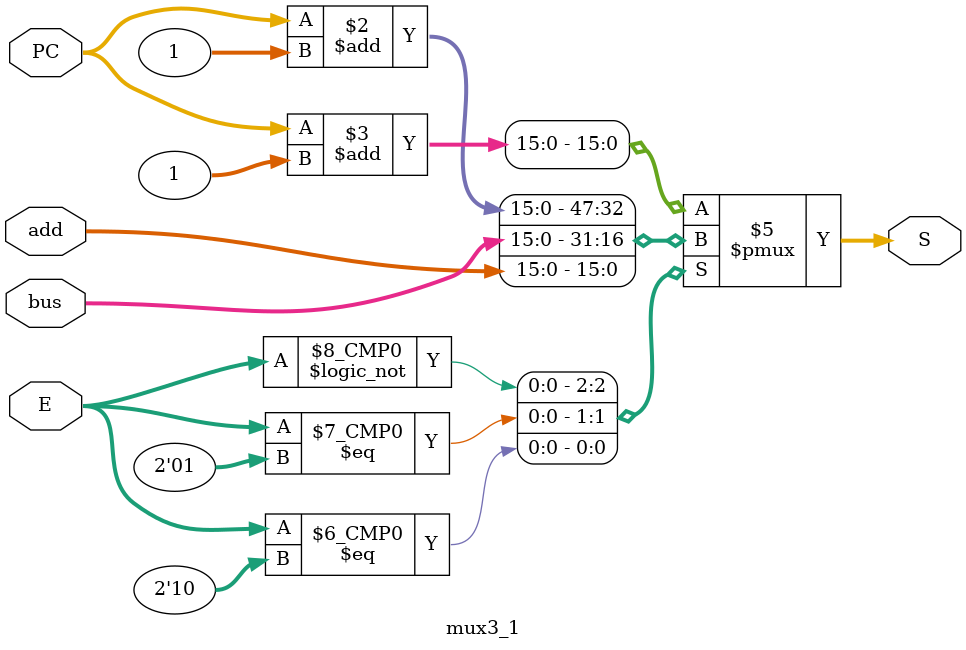
<source format=sv>
module mux3_1(input logic [15:0] PC,
	   input logic [15:0] bus,
		input logic [15:0] add,
	   input logic [1:0] E,
	   output logic [15:0] S 
	   );
	always @ (E)	
	
	begin
   case(E)
   2'b00: S = PC + 1;
	2'b01: S = bus;
	2'b10: S = add;
	default : S = PC +1;
   endcase
	end
endmodule
</source>
